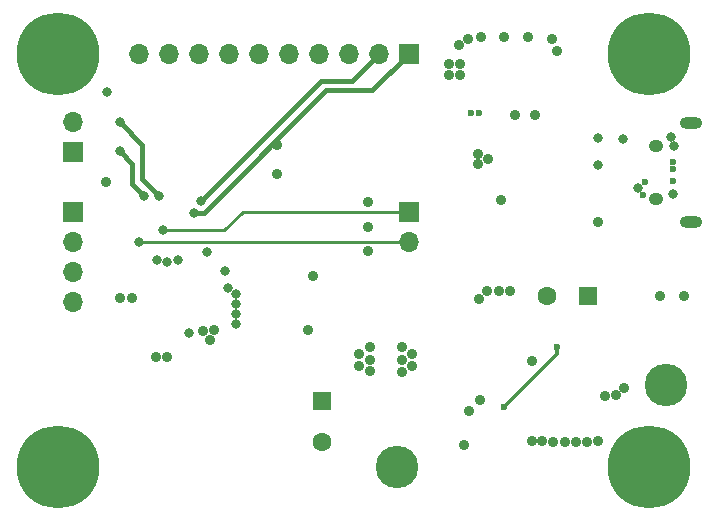
<source format=gbr>
%TF.GenerationSoftware,KiCad,Pcbnew,5.1.6*%
%TF.CreationDate,2021-04-06T07:59:24+02:00*%
%TF.ProjectId,teriyaki,74657269-7961-46b6-992e-6b696361645f,rev?*%
%TF.SameCoordinates,Original*%
%TF.FileFunction,Copper,L4,Bot*%
%TF.FilePolarity,Positive*%
%FSLAX46Y46*%
G04 Gerber Fmt 4.6, Leading zero omitted, Abs format (unit mm)*
G04 Created by KiCad (PCBNEW 5.1.6) date 2021-04-06 07:59:24*
%MOMM*%
%LPD*%
G01*
G04 APERTURE LIST*
%TA.AperFunction,ComponentPad*%
%ADD10O,1.700000X1.700000*%
%TD*%
%TA.AperFunction,ComponentPad*%
%ADD11R,1.700000X1.700000*%
%TD*%
%TA.AperFunction,ComponentPad*%
%ADD12C,0.800000*%
%TD*%
%TA.AperFunction,ComponentPad*%
%ADD13C,7.000000*%
%TD*%
%TA.AperFunction,ComponentPad*%
%ADD14C,1.600000*%
%TD*%
%TA.AperFunction,ComponentPad*%
%ADD15R,1.600000X1.600000*%
%TD*%
%TA.AperFunction,ComponentPad*%
%ADD16O,1.250000X1.050000*%
%TD*%
%TA.AperFunction,ComponentPad*%
%ADD17O,1.900000X1.000000*%
%TD*%
%TA.AperFunction,ComponentPad*%
%ADD18C,3.600000*%
%TD*%
%TA.AperFunction,ViaPad*%
%ADD19C,0.900000*%
%TD*%
%TA.AperFunction,ViaPad*%
%ADD20C,0.800000*%
%TD*%
%TA.AperFunction,ViaPad*%
%ADD21C,0.600000*%
%TD*%
%TA.AperFunction,Conductor*%
%ADD22C,0.400000*%
%TD*%
%TA.AperFunction,Conductor*%
%ADD23C,0.300000*%
%TD*%
%TA.AperFunction,Conductor*%
%ADD24C,0.250000*%
%TD*%
G04 APERTURE END LIST*
D10*
%TO.P,J3,10*%
%TO.N,GPIO_C7*%
X98830000Y-89680000D03*
%TO.P,J3,9*%
%TO.N,GPIO_C6*%
X101370000Y-89680000D03*
%TO.P,J3,8*%
%TO.N,GPIO_C5*%
X103910000Y-89680000D03*
%TO.P,J3,7*%
%TO.N,GPIO_C4*%
X106450000Y-89680000D03*
%TO.P,J3,6*%
%TO.N,GPIO_C3*%
X108990000Y-89680000D03*
%TO.P,J3,5*%
%TO.N,GPIO_C2*%
X111530000Y-89680000D03*
%TO.P,J3,4*%
%TO.N,GPIO_C1*%
X114070000Y-89680000D03*
%TO.P,J3,3*%
%TO.N,GPIO_B0*%
X116610000Y-89680000D03*
%TO.P,J3,2*%
%TO.N,GPIO_B1*%
X119150000Y-89680000D03*
D11*
%TO.P,J3,1*%
%TO.N,GPIO_B2*%
X121690000Y-89680000D03*
%TD*%
D10*
%TO.P,J4,2*%
%TO.N,I2C_SCL*%
X93230000Y-95430000D03*
D11*
%TO.P,J4,1*%
%TO.N,I2C_SDA*%
X93230000Y-97970000D03*
%TD*%
D12*
%TO.P,H3,1*%
%TO.N,GND*%
X93856155Y-122843845D03*
X92000000Y-122075000D03*
X90143845Y-122843845D03*
X89375000Y-124700000D03*
X90143845Y-126556155D03*
X92000000Y-127325000D03*
X93856155Y-126556155D03*
X94625000Y-124700000D03*
D13*
X92000000Y-124700000D03*
%TD*%
D12*
%TO.P,H4,1*%
%TO.N,GND*%
X143856155Y-87843845D03*
X142000000Y-87075000D03*
X140143845Y-87843845D03*
X139375000Y-89700000D03*
X140143845Y-91556155D03*
X142000000Y-92325000D03*
X143856155Y-91556155D03*
X144625000Y-89700000D03*
D13*
X142000000Y-89700000D03*
%TD*%
D12*
%TO.P,H2,1*%
%TO.N,GND*%
X93856155Y-87843845D03*
X92000000Y-87075000D03*
X90143845Y-87843845D03*
X89375000Y-89700000D03*
X90143845Y-91556155D03*
X92000000Y-92325000D03*
X93856155Y-91556155D03*
X94625000Y-89700000D03*
D13*
X92000000Y-89700000D03*
%TD*%
D12*
%TO.P,H1,1*%
%TO.N,GND*%
X143856155Y-122843845D03*
X142000000Y-122075000D03*
X140143845Y-122843845D03*
X139375000Y-124700000D03*
X140143845Y-126556155D03*
X142000000Y-127325000D03*
X143856155Y-126556155D03*
X144625000Y-124700000D03*
D13*
X142000000Y-124700000D03*
%TD*%
D14*
%TO.P,C2,2*%
%TO.N,GND*%
X133350000Y-110236000D03*
D15*
%TO.P,C2,1*%
%TO.N,REG_VIN*%
X136850000Y-110236000D03*
%TD*%
D14*
%TO.P,C7,2*%
%TO.N,GND*%
X114325400Y-122549800D03*
D15*
%TO.P,C7,1*%
%TO.N,+3V3*%
X114325400Y-119049800D03*
%TD*%
D16*
%TO.P,J1,6*%
%TO.N,Net-(J1-Pad6)*%
X142550000Y-101975000D03*
X142550000Y-97525000D03*
D17*
X145550000Y-103925000D03*
X145550000Y-95575000D03*
%TD*%
D10*
%TO.P,J2,2*%
%TO.N,STM8_TX*%
X121700000Y-105590000D03*
D11*
%TO.P,J2,1*%
%TO.N,STM8_RX*%
X121700000Y-103050000D03*
%TD*%
D10*
%TO.P,J_SWIM1,4*%
%TO.N,STM8_NRST*%
X93230000Y-110670000D03*
%TO.P,J_SWIM1,3*%
%TO.N,GND*%
X93230000Y-108130000D03*
%TO.P,J_SWIM1,2*%
%TO.N,STM8_SWIM*%
X93230000Y-105590000D03*
D11*
%TO.P,J_SWIM1,1*%
%TO.N,+3V3*%
X93230000Y-103050000D03*
%TD*%
D18*
%TO.P,TP1,1*%
%TO.N,+3V3*%
X120680000Y-124690000D03*
%TD*%
%TO.P,TP2,1*%
%TO.N,REG_VIN*%
X143400000Y-117700000D03*
%TD*%
D19*
%TO.N,GND*%
X144952600Y-110164000D03*
D20*
X139776200Y-96873060D03*
X144068800Y-101600000D03*
D21*
X144050002Y-100482400D03*
X141681200Y-100533200D03*
X141483637Y-101633285D03*
D20*
X141097000Y-101015800D03*
D19*
X128295400Y-109753400D03*
X129260600Y-109753400D03*
X130200400Y-109753400D03*
X127584200Y-110439200D03*
X132969000Y-122504200D03*
X133908800Y-122529600D03*
X134848600Y-122529600D03*
X135788400Y-122529600D03*
X136728200Y-122529600D03*
X137668000Y-122504200D03*
X132054600Y-122504200D03*
X139903200Y-117957600D03*
X139217400Y-118592600D03*
X138277600Y-118643400D03*
X132130800Y-115671600D03*
X126769800Y-119958800D03*
X127658800Y-119019000D03*
X97234800Y-110411000D03*
X98200000Y-110411000D03*
X100282800Y-115389400D03*
X101222600Y-115364000D03*
X129489200Y-102057200D03*
X132334000Y-94843600D03*
X130632200Y-94869000D03*
X118192600Y-104363000D03*
X118192600Y-102229600D03*
X118248000Y-106411600D03*
X113513200Y-108506000D03*
X137700000Y-103900000D03*
X110540000Y-97430000D03*
X110540000Y-99830000D03*
X125900000Y-88950000D03*
X126700000Y-88410000D03*
X134170000Y-89450000D03*
X133800000Y-88400000D03*
X131770000Y-88280000D03*
X129750000Y-88280000D03*
X127800000Y-88260000D03*
D21*
X126900000Y-94700000D03*
X127580000Y-94720000D03*
D20*
X107025000Y-112570000D03*
X107050000Y-111720000D03*
X107050000Y-110870000D03*
X107050000Y-110020000D03*
X106350000Y-109495000D03*
X103090000Y-113360000D03*
X101230000Y-107360000D03*
X104540000Y-106490000D03*
X102108000Y-107188000D03*
X100330000Y-107188000D03*
D19*
%TO.N,+3V3*%
X96034800Y-100506400D03*
X113113200Y-113106000D03*
X118338600Y-115620800D03*
X118364000Y-116586000D03*
X121081800Y-115620800D03*
X121081800Y-116611400D03*
X117449600Y-115138200D03*
X117449600Y-116128800D03*
X121970800Y-116103400D03*
X121945400Y-115112800D03*
X121056400Y-114554000D03*
X118338600Y-114477800D03*
X126363400Y-122778200D03*
X105200000Y-113070000D03*
X104275000Y-113145000D03*
X104800000Y-113920000D03*
X127533400Y-98145600D03*
X127533400Y-99060000D03*
X128346200Y-98602800D03*
X126009400Y-90576400D03*
X126009400Y-91516200D03*
X125069600Y-90576400D03*
X125069600Y-91516200D03*
D20*
X106060000Y-108050000D03*
X96130000Y-92920000D03*
D19*
%TO.N,REG_VIN*%
X142895200Y-110164000D03*
D20*
X137693400Y-99110800D03*
X144100000Y-97500000D03*
X143865600Y-96723200D03*
X143865600Y-96723200D03*
X143865600Y-96723200D03*
X143865600Y-96723200D03*
X143865600Y-96723200D03*
X137637818Y-96850200D03*
D21*
X144068800Y-98831400D03*
X144068800Y-99441000D03*
%TO.N,REG_FEEDBACK*%
X129680000Y-119640000D03*
X134220000Y-114500000D03*
D20*
%TO.N,STM8_RX*%
X100838000Y-104648000D03*
%TO.N,STM8_TX*%
X98806000Y-105664000D03*
%TO.N,I2C_SDA*%
X99270000Y-101710000D03*
X97170000Y-97940000D03*
%TO.N,I2C_SCL*%
X100520000Y-101710000D03*
X97170000Y-95450000D03*
%TO.N,GPIO_B1*%
X104100000Y-102150000D03*
%TO.N,GPIO_B2*%
X103433092Y-103150000D03*
%TD*%
D22*
%TO.N,GND*%
X141483637Y-101633285D02*
X141524990Y-101591932D01*
D23*
%TO.N,REG_FEEDBACK*%
X134220000Y-115100000D02*
X134220000Y-114500000D01*
X129680000Y-119640000D02*
X134220000Y-115100000D01*
D24*
%TO.N,STM8_RX*%
X121700000Y-103050000D02*
X107622000Y-103050000D01*
X106024000Y-104648000D02*
X100838000Y-104648000D01*
X107622000Y-103050000D02*
X106024000Y-104648000D01*
%TO.N,STM8_TX*%
X98880000Y-105590000D02*
X98806000Y-105664000D01*
X121700000Y-105590000D02*
X98880000Y-105590000D01*
D22*
%TO.N,I2C_SDA*%
X99270000Y-101710000D02*
X98240000Y-100680000D01*
X98240000Y-99010000D02*
X97170000Y-97940000D01*
X98240000Y-100680000D02*
X98240000Y-99010000D01*
%TO.N,I2C_SCL*%
X100520000Y-101710000D02*
X99110000Y-100300000D01*
X99110000Y-100300000D02*
X99110000Y-97410000D01*
X99110000Y-97410000D02*
X97180000Y-95480000D01*
X97180000Y-95460000D02*
X97170000Y-95450000D01*
X97180000Y-95480000D02*
X97180000Y-95460000D01*
%TO.N,GPIO_B1*%
X119150000Y-89680000D02*
X116830000Y-92000000D01*
X114250000Y-92000000D02*
X104100000Y-102150000D01*
X116830000Y-92000000D02*
X114250000Y-92000000D01*
%TO.N,GPIO_B2*%
X121690000Y-89680000D02*
X118570000Y-92800000D01*
X104284002Y-103150000D02*
X103433092Y-103150000D01*
X114634002Y-92800000D02*
X104284002Y-103150000D01*
X118570000Y-92800000D02*
X114634002Y-92800000D01*
%TD*%
M02*

</source>
